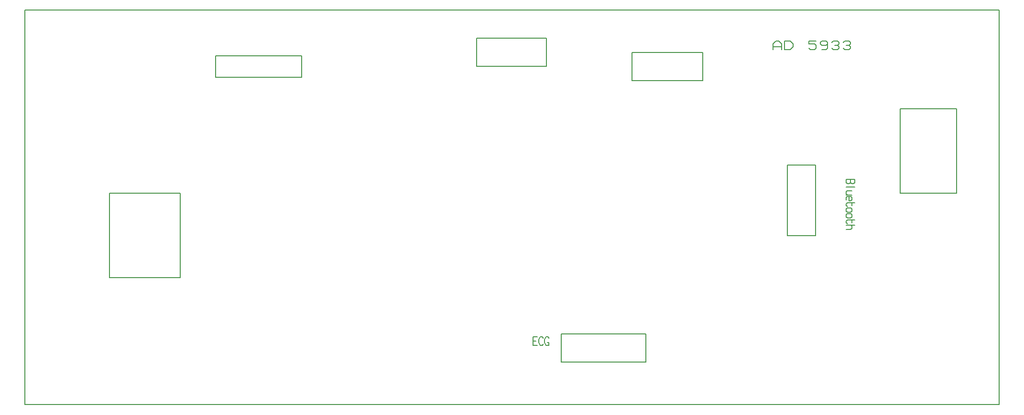
<source format=gbr>
G04 PROTEUS RS274X GERBER FILE*
%FSLAX45Y45*%
%MOMM*%
G01*
%ADD16C,0.203200*%
D16*
X-3250000Y-500000D02*
X-2014336Y-500000D01*
X-2014336Y+0D01*
X-3250000Y+0D01*
X-3250000Y-500000D01*
X-500000Y-750000D02*
X+750000Y-750000D01*
X+750000Y-250000D01*
X-500000Y-250000D01*
X-500000Y-750000D01*
X+2000000Y-203200D02*
X+2000000Y-101600D01*
X+2050800Y-50800D01*
X+2101600Y-50800D01*
X+2152400Y-101600D01*
X+2152400Y-203200D01*
X+2000000Y-152400D02*
X+2152400Y-152400D01*
X+2203200Y-203200D02*
X+2203200Y-50800D01*
X+2304800Y-50800D01*
X+2355600Y-101600D01*
X+2355600Y-152400D01*
X+2304800Y-203200D01*
X+2203200Y-203200D01*
X+2762000Y-50800D02*
X+2635000Y-50800D01*
X+2635000Y-101600D01*
X+2736600Y-101600D01*
X+2762000Y-127000D01*
X+2762000Y-177800D01*
X+2736600Y-203200D01*
X+2660400Y-203200D01*
X+2635000Y-177800D01*
X+2965200Y-101600D02*
X+2939800Y-127000D01*
X+2863600Y-127000D01*
X+2838200Y-101600D01*
X+2838200Y-76200D01*
X+2863600Y-50800D01*
X+2939800Y-50800D01*
X+2965200Y-76200D01*
X+2965200Y-177800D01*
X+2939800Y-203200D01*
X+2863600Y-203200D01*
X+3041400Y-76200D02*
X+3066800Y-50800D01*
X+3143000Y-50800D01*
X+3168400Y-76200D01*
X+3168400Y-101600D01*
X+3143000Y-127000D01*
X+3168400Y-152400D01*
X+3168400Y-177800D01*
X+3143000Y-203200D01*
X+3066800Y-203200D01*
X+3041400Y-177800D01*
X+3092200Y-127000D02*
X+3143000Y-127000D01*
X+3244600Y-76200D02*
X+3270000Y-50800D01*
X+3346200Y-50800D01*
X+3371600Y-76200D01*
X+3371600Y-101600D01*
X+3346200Y-127000D01*
X+3371600Y-152400D01*
X+3371600Y-177800D01*
X+3346200Y-203200D01*
X+3270000Y-203200D01*
X+3244600Y-177800D01*
X+3295400Y-127000D02*
X+3346200Y-127000D01*
X-9750000Y-4250000D02*
X-8500000Y-4250000D01*
X-8500000Y-2750000D01*
X-9750000Y-2750000D01*
X-9750000Y-4250000D01*
X-7877000Y-690500D02*
X-6353000Y-690500D01*
X-6353000Y-309500D01*
X-7877000Y-309500D01*
X-7877000Y-690500D01*
X-1750000Y-5750000D02*
X-250000Y-5750000D01*
X-250000Y-5250000D01*
X-1750000Y-5250000D01*
X-1750000Y-5750000D01*
X+2250000Y-3500000D02*
X+2750000Y-3500000D01*
X+2750000Y-2250000D01*
X+2250000Y-2250000D01*
X+2250000Y-3500000D01*
X+4250000Y-2750000D02*
X+5250000Y-2750000D01*
X+5250000Y-1250000D01*
X+4250000Y-1250000D01*
X+4250000Y-2750000D01*
X+3296800Y-2500000D02*
X+3449200Y-2500000D01*
X+3449200Y-2563500D01*
X+3423800Y-2576200D01*
X+3398400Y-2576200D01*
X+3373000Y-2563500D01*
X+3347600Y-2576200D01*
X+3322200Y-2576200D01*
X+3296800Y-2563500D01*
X+3296800Y-2500000D01*
X+3373000Y-2500000D02*
X+3373000Y-2563500D01*
X+3449200Y-2639700D02*
X+3296800Y-2639700D01*
X+3398400Y-2703200D02*
X+3322200Y-2703200D01*
X+3296800Y-2715900D01*
X+3296800Y-2766700D01*
X+3322200Y-2779400D01*
X+3296800Y-2779400D02*
X+3398400Y-2779400D01*
X+3347600Y-2804800D02*
X+3347600Y-2881000D01*
X+3373000Y-2881000D01*
X+3398400Y-2868300D01*
X+3398400Y-2817500D01*
X+3373000Y-2804800D01*
X+3322200Y-2804800D01*
X+3296800Y-2817500D01*
X+3296800Y-2868300D01*
X+3449200Y-2919100D02*
X+3322200Y-2919100D01*
X+3296800Y-2931800D01*
X+3296800Y-2969900D01*
X+3322200Y-2982600D01*
X+3398400Y-2906400D02*
X+3398400Y-2969900D01*
X+3373000Y-3008000D02*
X+3398400Y-3020700D01*
X+3398400Y-3071500D01*
X+3373000Y-3084200D01*
X+3322200Y-3084200D01*
X+3296800Y-3071500D01*
X+3296800Y-3020700D01*
X+3322200Y-3008000D01*
X+3373000Y-3008000D01*
X+3373000Y-3109600D02*
X+3398400Y-3122300D01*
X+3398400Y-3173100D01*
X+3373000Y-3185800D01*
X+3322200Y-3185800D01*
X+3296800Y-3173100D01*
X+3296800Y-3122300D01*
X+3322200Y-3109600D01*
X+3373000Y-3109600D01*
X+3449200Y-3223900D02*
X+3322200Y-3223900D01*
X+3296800Y-3236600D01*
X+3296800Y-3274700D01*
X+3322200Y-3287400D01*
X+3398400Y-3211200D02*
X+3398400Y-3274700D01*
X+3296800Y-3389000D02*
X+3373000Y-3389000D01*
X+3398400Y-3376300D01*
X+3398400Y-3325500D01*
X+3373000Y-3312800D01*
X+3449200Y-3312800D02*
X+3296800Y-3312800D01*
X-2173800Y-5453200D02*
X-2250000Y-5453200D01*
X-2250000Y-5300800D01*
X-2173800Y-5300800D01*
X-2250000Y-5377000D02*
X-2199200Y-5377000D01*
X-2072200Y-5427800D02*
X-2084900Y-5453200D01*
X-2123000Y-5453200D01*
X-2148400Y-5402400D01*
X-2148400Y-5351600D01*
X-2123000Y-5300800D01*
X-2084900Y-5300800D01*
X-2072200Y-5326200D01*
X-1996000Y-5402400D02*
X-1970600Y-5402400D01*
X-1970600Y-5453200D01*
X-2021400Y-5453200D01*
X-2046800Y-5402400D01*
X-2046800Y-5351600D01*
X-2021400Y-5300800D01*
X-1983300Y-5300800D01*
X-1970600Y-5326200D01*
X-11250000Y-6500000D02*
X+6000000Y-6500000D01*
X+6000000Y+500000D01*
X-11250000Y+500000D01*
X-11250000Y-6500000D01*
M02*

</source>
